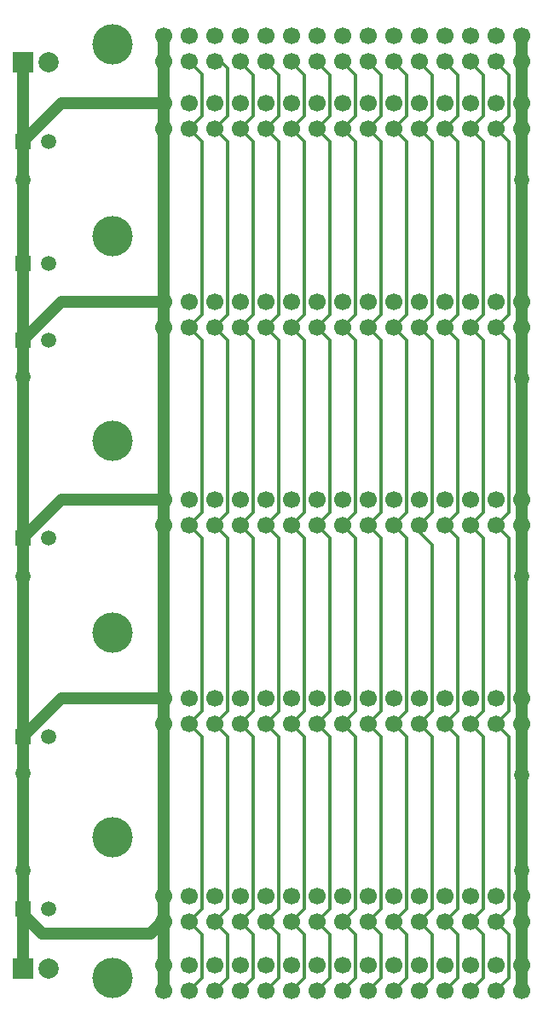
<source format=gbr>
G04 DipTrace 4.3.0.5*
G04 1 - Top.gbr*
%MOMM*%
G04 #@! TF.FileFunction,Copper,L1,Top*
G04 #@! TF.Part,Single*
G04 #@! TA.AperFunction,Conductor*
%ADD17C,0.3302*%
%ADD18C,1.2*%
G04 #@! TA.AperFunction,ComponentPad*
%ADD24C,1.7*%
%ADD25R,1.5X1.5*%
%ADD26C,1.5*%
%ADD27R,2.0X2.0*%
%ADD28C,2.0*%
%ADD29C,4.0*%
%FSLAX35Y35*%
G04*
G71*
G90*
G75*
G01*
G04 Top*
%LPD*%
X3556000Y0D2*
D18*
Y254000D1*
Y685123D1*
Y939123D1*
Y1193127D1*
Y2145627D1*
Y2653627D1*
Y2907627D1*
Y4114127D1*
Y4622127D1*
Y4876127D1*
Y6082627D1*
Y6590627D1*
Y6844627D1*
Y8051123D1*
Y8559127D1*
Y8813127D1*
Y9229877D1*
Y9483877D1*
X-1397000Y6463627D2*
Y6096000D1*
Y4495127D1*
Y4114127D1*
Y2526623D1*
Y2159000D1*
Y1193127D1*
Y812127D1*
Y224750D1*
X0Y9483877D2*
Y9229877D1*
Y8813127D2*
Y8559127D1*
Y6844627D1*
Y6590627D1*
Y4876127D1*
Y4622127D1*
Y2907627D1*
Y2653627D1*
Y939123D1*
Y685123D1*
Y254000D1*
Y0D1*
Y685123D2*
X-13377D1*
X-127000Y571500D1*
X-1206500D1*
X-1397000Y762000D1*
Y812127D1*
X0Y2907627D2*
X-1015997D1*
X-1397000Y2526623D1*
X0Y4876127D2*
X-1016000D1*
X-1397000Y4495127D1*
X0Y6844627D2*
X-1016000D1*
X-1397000Y6463627D1*
X0Y8813127D2*
X-1016000D1*
X-1397000Y8432127D1*
Y9225877D1*
Y8432127D2*
Y8051123D1*
Y7225627D1*
Y6463627D1*
X0Y9229877D2*
Y8813127D1*
X-1397000Y8051123D2*
D17*
D3*
Y6096000D2*
D3*
Y4114127D2*
D3*
Y2159000D2*
D3*
Y1193127D2*
D3*
X254000Y8559127D2*
X381000Y8432127D1*
Y6717627D1*
X254000Y6590627D1*
X381000Y6463627D1*
Y4749127D1*
X254000Y4622127D1*
X381000Y4495127D1*
Y2780627D1*
X254000Y2653627D1*
X381000Y2526627D1*
Y812123D1*
X254000Y685123D1*
X381000Y558123D1*
Y129500D1*
X254000Y2500D1*
Y0D1*
Y8559127D2*
X381000Y8686127D1*
Y9102877D1*
X254000Y9229877D1*
X508000D2*
X565000D1*
X635000Y9159873D1*
Y8686127D1*
X508000Y8559127D1*
X635000Y8432123D1*
Y6717627D1*
X508000Y6590627D1*
X635000Y6463623D1*
Y4749127D1*
X508000Y4622127D1*
X635000Y4495123D1*
Y2780627D1*
X508000Y2653627D1*
X635000Y2526623D1*
Y812123D1*
X508000Y685123D1*
X635000Y558120D1*
Y127000D1*
X508000Y0D1*
X762000Y9229877D2*
Y9223373D1*
X889000Y9096377D1*
Y8686127D1*
X762000Y8559127D1*
X889000Y8432127D1*
Y6717627D1*
X762000Y6590627D1*
X889000Y6463627D1*
Y4749127D1*
X762000Y4622127D1*
X889000Y4495127D1*
Y2780627D1*
X762000Y2653627D1*
X889000Y2526627D1*
Y812123D1*
X762000Y685123D1*
X889000Y558123D1*
Y127000D1*
X762000Y0D1*
X1016000Y9229877D2*
Y9223373D1*
X1143000Y9096377D1*
Y8686127D1*
X1016000Y8559127D1*
X1143000Y8432127D1*
Y6717627D1*
X1016000Y6590627D1*
X1143000Y6463627D1*
Y4749127D1*
X1016000Y4622127D1*
X1143000Y4495127D1*
Y2780627D1*
X1016000Y2653627D1*
X1143000Y2526627D1*
Y812123D1*
X1016000Y685123D1*
X1143000Y558123D1*
Y127000D1*
X1016000Y0D1*
X1270000Y9229877D2*
Y9223377D1*
X1397000Y9096377D1*
Y8686127D1*
X1270000Y8559127D1*
X1397000Y8432123D1*
Y6717627D1*
X1270000Y6590627D1*
X1397000Y6463623D1*
Y4749127D1*
X1270000Y4622127D1*
X1397000Y4495123D1*
Y2780627D1*
X1270000Y2653627D1*
X1397000Y2526623D1*
Y812123D1*
X1270000Y685123D1*
X1397000Y558120D1*
Y127000D1*
X1270000Y0D1*
X1524000Y9229877D2*
Y9223373D1*
X1651000Y9096377D1*
Y8686127D1*
X1524000Y8559127D1*
X1651000Y8432127D1*
Y6717627D1*
X1524000Y6590627D1*
X1651000Y6463627D1*
Y4749127D1*
X1524000Y4622127D1*
X1651000Y4495127D1*
Y2780627D1*
X1524000Y2653627D1*
X1651000Y2526627D1*
Y812123D1*
X1524000Y685123D1*
X1651000Y558123D1*
Y127000D1*
X1524000Y0D1*
X1778000Y9229877D2*
Y9223373D1*
X1905000Y9096377D1*
Y8686127D1*
X1778000Y8559127D1*
X1905000Y8432127D1*
Y6717627D1*
X1778000Y6590627D1*
X1905000Y6463627D1*
Y4749127D1*
X1778000Y4622127D1*
X1905000Y4495127D1*
Y2780627D1*
X1778000Y2653627D1*
X1905000Y2526627D1*
Y812123D1*
X1778000Y685123D1*
X1905000Y558123D1*
Y127000D1*
X1778000Y0D1*
X2032000Y9229877D2*
Y9223377D1*
X2159000Y9096377D1*
Y8686127D1*
X2032000Y8559127D1*
X2159000Y8432123D1*
Y6717627D1*
X2032000Y6590627D1*
X2159000Y6463623D1*
Y4749127D1*
X2032000Y4622127D1*
X2159000Y4495123D1*
Y2780627D1*
X2032000Y2653627D1*
X2159000Y2526623D1*
Y812123D1*
X2032000Y685123D1*
X2159000Y558120D1*
Y127000D1*
X2032000Y0D1*
X2286000Y9229877D2*
Y9223373D1*
X2413000Y9096377D1*
Y8686127D1*
X2286000Y8559127D1*
X2413000Y8432127D1*
Y6717627D1*
X2286000Y6590627D1*
X2413000Y6463627D1*
Y4749127D1*
X2286000Y4622127D1*
X2413000Y4495127D1*
Y2780627D1*
X2286000Y2653627D1*
X2413000Y2526627D1*
Y812123D1*
X2286000Y685123D1*
X2413000Y558123D1*
Y127000D1*
X2286000Y0D1*
X2540000Y9229877D2*
Y9223373D1*
X2667000Y9096377D1*
Y8686127D1*
X2540000Y8559127D1*
X2667000Y8432127D1*
Y6717627D1*
X2540000Y6590627D1*
X2667000Y6463627D1*
Y4749127D1*
X2540000Y4622127D1*
Y4556123D1*
X2667000Y4429123D1*
Y2780627D1*
X2540000Y2653627D1*
X2667000Y2526627D1*
Y812123D1*
X2540000Y685123D1*
X2667000Y558123D1*
Y127000D1*
X2540000Y0D1*
X2794000Y9229877D2*
Y9223377D1*
X2921000Y9096377D1*
Y8686127D1*
X2794000Y8559127D1*
X2921000Y8432123D1*
Y6717627D1*
X2794000Y6590627D1*
X2921000Y6463623D1*
Y4749127D1*
X2794000Y4622127D1*
X2921000Y4495123D1*
Y2780627D1*
X2794000Y2653627D1*
X2921000Y2526623D1*
Y812123D1*
X2794000Y685123D1*
X2921000Y558120D1*
Y127000D1*
X2794000Y0D1*
X3048000Y9229877D2*
Y9223373D1*
X3175000Y9096377D1*
Y8686127D1*
X3048000Y8559127D1*
X3175000Y8432127D1*
Y6717627D1*
X3048000Y6590627D1*
X3175000Y6463627D1*
Y4749127D1*
X3048000Y4622127D1*
X3175000Y4495127D1*
Y2780627D1*
X3048000Y2653627D1*
X3175000Y2526627D1*
Y812123D1*
X3048000Y685123D1*
X3175000Y558123D1*
Y127000D1*
X3048000Y0D1*
X3302000Y9229877D2*
Y9223373D1*
X3429000Y9096377D1*
Y8686127D1*
X3302000Y8559127D1*
X3429000Y8432127D1*
Y6717627D1*
X3302000Y6590627D1*
X3429000Y6463627D1*
Y4749127D1*
X3302000Y4622127D1*
X3429000Y4495127D1*
Y2780627D1*
X3302000Y2653627D1*
X3429000Y2526627D1*
Y812123D1*
X3302000Y685123D1*
X3429000Y558123D1*
Y127000D1*
X3302000Y0D1*
D24*
X0Y9229877D3*
Y9483877D3*
X254000Y9229877D3*
Y9483877D3*
X508000Y9229877D3*
Y9483877D3*
X762000Y9229877D3*
Y9483877D3*
X1016000Y9229877D3*
Y9483877D3*
X1270000Y9229877D3*
Y9483877D3*
X1524000Y9229877D3*
Y9483877D3*
X1778000Y9229877D3*
Y9483877D3*
X2032000Y9229877D3*
Y9483877D3*
X2286000Y9229877D3*
Y9483877D3*
X2540000Y9229877D3*
Y9483877D3*
X2794000Y9229877D3*
Y9483877D3*
X3048000Y9229877D3*
Y9483877D3*
X3302000Y9229877D3*
Y9483877D3*
X3556000Y9229877D3*
Y9483877D3*
D25*
X-1397000Y7225627D3*
D24*
X0Y8559127D3*
Y8813127D3*
X254000Y8559127D3*
Y8813127D3*
X508000Y8559127D3*
Y8813127D3*
X762000Y8559127D3*
Y8813127D3*
X1016000Y8559127D3*
Y8813127D3*
X1270000Y8559127D3*
Y8813127D3*
X1524000Y8559127D3*
Y8813127D3*
X1778000Y8559127D3*
Y8813127D3*
X2032000Y8559127D3*
Y8813127D3*
X2286000Y8559127D3*
Y8813127D3*
X2540000Y8559127D3*
Y8813127D3*
X2794000Y8559127D3*
Y8813127D3*
X3048000Y8559127D3*
Y8813127D3*
X3302000Y8559127D3*
Y8813127D3*
X3556000Y8559127D3*
Y8813127D3*
X0Y6590627D3*
Y6844627D3*
X254000Y6590627D3*
Y6844627D3*
X508000Y6590627D3*
Y6844627D3*
X762000Y6590627D3*
Y6844627D3*
X1016000Y6590627D3*
Y6844627D3*
X1270000Y6590627D3*
Y6844627D3*
X1524000Y6590627D3*
Y6844627D3*
X1778000Y6590627D3*
Y6844627D3*
X2032000Y6590627D3*
Y6844627D3*
X2286000Y6590627D3*
Y6844627D3*
X2540000Y6590627D3*
Y6844627D3*
X2794000Y6590627D3*
Y6844627D3*
X3048000Y6590627D3*
Y6844627D3*
X3302000Y6590627D3*
Y6844627D3*
X3556000Y6590627D3*
Y6844627D3*
X0Y4622127D3*
Y4876127D3*
X254000Y4622127D3*
Y4876127D3*
X508000Y4622127D3*
Y4876127D3*
X762000Y4622127D3*
Y4876127D3*
X1016000Y4622127D3*
Y4876127D3*
X1270000Y4622127D3*
Y4876127D3*
X1524000Y4622127D3*
Y4876127D3*
X1778000Y4622127D3*
Y4876127D3*
X2032000Y4622127D3*
Y4876127D3*
X2286000Y4622127D3*
Y4876127D3*
X2540000Y4622127D3*
Y4876127D3*
X2794000Y4622127D3*
Y4876127D3*
X3048000Y4622127D3*
Y4876127D3*
X3302000Y4622127D3*
Y4876127D3*
X3556000Y4622127D3*
Y4876127D3*
X0Y2653627D3*
Y2907627D3*
X254000Y2653627D3*
Y2907627D3*
X508000Y2653627D3*
Y2907627D3*
X762000Y2653627D3*
Y2907627D3*
X1016000Y2653627D3*
Y2907627D3*
X1270000Y2653627D3*
Y2907627D3*
X1524000Y2653627D3*
Y2907627D3*
X1778000Y2653627D3*
Y2907627D3*
X2032000Y2653627D3*
Y2907627D3*
X2286000Y2653627D3*
Y2907627D3*
X2540000Y2653627D3*
Y2907627D3*
X2794000Y2653627D3*
Y2907627D3*
X3048000Y2653627D3*
Y2907627D3*
X3302000Y2653627D3*
Y2907627D3*
X3556000Y2653627D3*
Y2907627D3*
X0Y685123D3*
Y939123D3*
X254000Y685123D3*
Y939123D3*
X508000Y685123D3*
Y939123D3*
X762000Y685123D3*
Y939123D3*
X1016000Y685123D3*
Y939123D3*
X1270000Y685123D3*
Y939123D3*
X1524000Y685123D3*
Y939123D3*
X1778000Y685123D3*
Y939123D3*
X2032000Y685123D3*
Y939123D3*
X2286000Y685123D3*
Y939123D3*
X2540000Y685123D3*
Y939123D3*
X2794000Y685123D3*
Y939123D3*
X3048000Y685123D3*
Y939123D3*
X3302000Y685123D3*
Y939123D3*
X3556000Y685123D3*
Y939123D3*
X0Y0D3*
Y254000D3*
X254000Y0D3*
Y254000D3*
X508000Y0D3*
Y254000D3*
X762000Y0D3*
Y254000D3*
X1016000Y0D3*
Y254000D3*
X1270000Y0D3*
Y254000D3*
X1524000Y0D3*
Y254000D3*
X1778000Y0D3*
Y254000D3*
X2032000Y0D3*
Y254000D3*
X2286000Y0D3*
Y254000D3*
X2540000Y0D3*
Y254000D3*
X2794000Y0D3*
Y254000D3*
X3048000Y0D3*
Y254000D3*
X3302000Y0D3*
Y254000D3*
X3556000Y0D3*
Y254000D3*
D26*
X-1143000Y7225627D3*
D27*
X-1397000Y9225877D3*
D28*
X-1143000D3*
D26*
X3556000Y8051123D3*
X-1397000Y6096000D3*
X3556000Y6082627D3*
X-1143000Y6463627D3*
D25*
X-1397000D3*
D26*
Y4114127D3*
X3556000D3*
X-1143000Y4495127D3*
D25*
X-1397000D3*
D26*
X3556000Y2145627D3*
X-1397000Y1193127D3*
X-1143000Y812127D3*
D25*
X-1397000D3*
D26*
Y8051123D3*
X-1143000Y8432127D3*
D25*
X-1397000D3*
D26*
Y2159000D3*
X-1143000Y2526623D3*
D25*
X-1397000D3*
D26*
X3556000Y1193127D3*
D27*
X-1397000Y224750D3*
D28*
X-1143000D3*
D29*
X-508000Y9398000D3*
Y7495503D3*
Y5463500D3*
Y3558503D3*
Y1526503D3*
Y129500D3*
M02*

</source>
